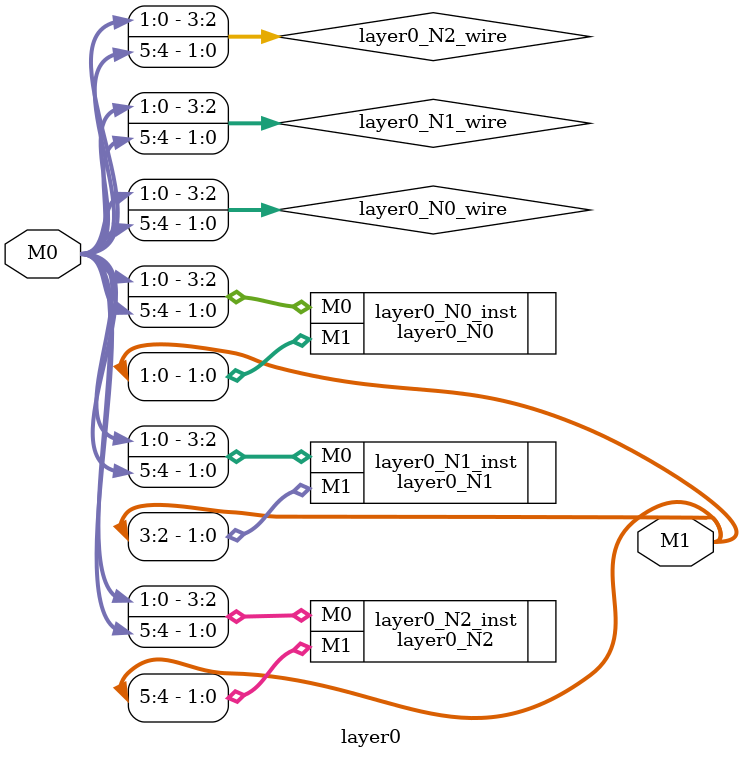
<source format=v>
module layer0 (input [7:0] M0, output [5:0] M1);

wire [3:0] layer0_N0_wire = {M0[1], M0[0], M0[5], M0[4]};
layer0_N0 layer0_N0_inst (.M0(layer0_N0_wire), .M1(M1[1:0]));

wire [3:0] layer0_N1_wire = {M0[1], M0[0], M0[5], M0[4]};
layer0_N1 layer0_N1_inst (.M0(layer0_N1_wire), .M1(M1[3:2]));

wire [3:0] layer0_N2_wire = {M0[1], M0[0], M0[5], M0[4]};
layer0_N2 layer0_N2_inst (.M0(layer0_N2_wire), .M1(M1[5:4]));

endmodule
</source>
